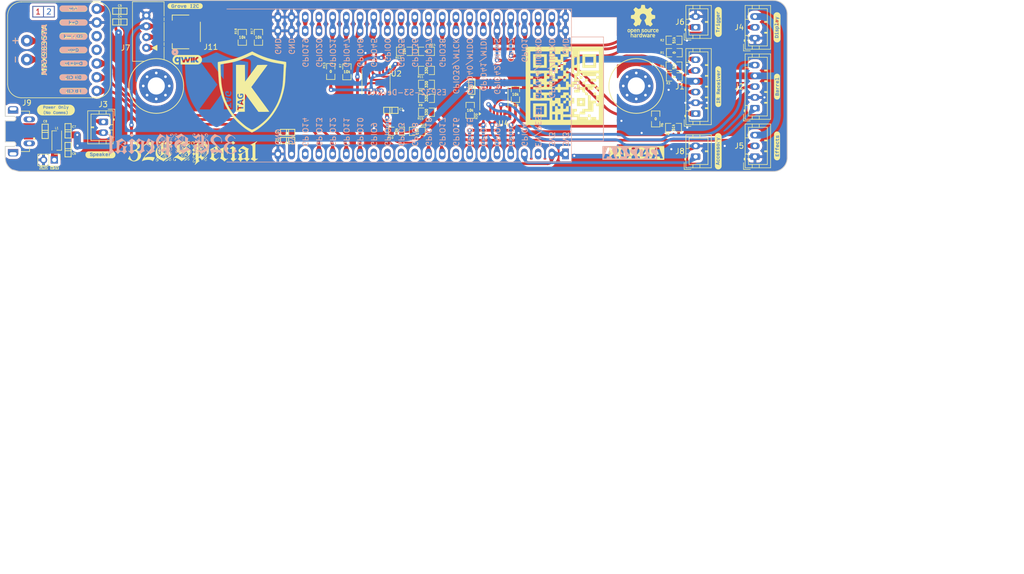
<source format=kicad_pcb>
(kicad_pcb
	(version 20240108)
	(generator "pcbnew")
	(generator_version "8.0")
	(general
		(thickness 1.6)
		(legacy_teardrops no)
	)
	(paper "USLetter")
	(title_block
		(title "KTag 2024A \"32ESPecial\"")
		(date "2025-01-25")
		(rev "2")
		(company "Club K")
		(comment 1 "Dubuque               Iowa               United States of America")
		(comment 2 "Copyright © 2024-2025 Joseph P. Kearney and the KTag developers. ")
		(comment 3 "License: CERN-OHL-S-2.0")
	)
	(layers
		(0 "F.Cu" signal)
		(31 "B.Cu" signal)
		(32 "B.Adhes" user "B.Adhesive")
		(33 "F.Adhes" user "F.Adhesive")
		(34 "B.Paste" user)
		(35 "F.Paste" user)
		(36 "B.SilkS" user "B.Silkscreen")
		(37 "F.SilkS" user "F.Silkscreen")
		(38 "B.Mask" user)
		(39 "F.Mask" user)
		(40 "Dwgs.User" user "User.Drawings")
		(41 "Cmts.User" user "User.Comments")
		(42 "Eco1.User" user "User.Eco1")
		(43 "Eco2.User" user "User.Eco2")
		(44 "Edge.Cuts" user)
		(45 "Margin" user)
		(46 "B.CrtYd" user "B.Courtyard")
		(47 "F.CrtYd" user "F.Courtyard")
		(48 "B.Fab" user)
		(49 "F.Fab" user)
	)
	(setup
		(stackup
			(layer "F.SilkS"
				(type "Top Silk Screen")
			)
			(layer "F.Paste"
				(type "Top Solder Paste")
			)
			(layer "F.Mask"
				(type "Top Solder Mask")
				(thickness 0.01)
			)
			(layer "F.Cu"
				(type "copper")
				(thickness 0.035)
			)
			(layer "dielectric 1"
				(type "core")
				(thickness 1.51)
				(material "FR4")
				(epsilon_r 4.5)
				(loss_tangent 0.02)
			)
			(layer "B.Cu"
				(type "copper")
				(thickness 0.035)
			)
			(layer "B.Mask"
				(type "Bottom Solder Mask")
				(thickness 0.01)
			)
			(layer "B.Paste"
				(type "Bottom Solder Paste")
			)
			(layer "B.SilkS"
				(type "Bottom Silk Screen")
			)
			(copper_finish "None")
			(dielectric_constraints no)
		)
		(pad_to_mask_clearance 0)
		(allow_soldermask_bridges_in_footprints no)
		(pcbplotparams
			(layerselection 0x00010fc_ffffffff)
			(plot_on_all_layers_selection 0x0000000_00000000)
			(disableapertmacros no)
			(usegerberextensions no)
			(usegerberattributes yes)
			(usegerberadvancedattributes yes)
			(creategerberjobfile yes)
			(dashed_line_dash_ratio 12.000000)
			(dashed_line_gap_ratio 3.000000)
			(svgprecision 4)
			(plotframeref no)
			(viasonmask no)
			(mode 1)
			(useauxorigin no)
			(hpglpennumber 1)
			(hpglpenspeed 20)
			(hpglpendiameter 15.000000)
			(pdf_front_fp_property_popups yes)
			(pdf_back_fp_property_popups yes)
			(dxfpolygonmode yes)
			(dxfimperialunits yes)
			(dxfusepcbnewfont yes)
			(psnegative no)
			(psa4output no)
			(plotreference yes)
			(plotvalue yes)
			(plotfptext yes)
			(plotinvisibletext no)
			(sketchpadsonfab no)
			(subtractmaskfromsilk no)
			(outputformat 1)
			(mirror no)
			(drillshape 1)
			(scaleselection 1)
			(outputdirectory "")
		)
	)
	(net 0 "")
	(net 1 "unconnected-(U1-GPIO8{slash}ADC1_CH7-Pad12)")
	(net 2 "unconnected-(U1-CHIP_PU-Pad3)")
	(net 3 "Net-(J2-Pin_5)")
	(net 4 "unconnected-(U1-GPIO16{slash}ADC2_CH5{slash}32K_N-Pad9)")
	(net 5 "unconnected-(U1-GPIO9{slash}ADC1_CH8-Pad15)")
	(net 6 "unconnected-(U1-GPIO3{slash}ADC1_CH2-Pad13)")
	(net 7 "unconnected-(U1-GPIO46-Pad14)")
	(net 8 "unconnected-(U1-GPIO0-Pad31)")
	(net 9 "unconnected-(U1-GPIO14{slash}ADC2_CH3-Pad20)")
	(net 10 "GND")
	(net 11 "+5V")
	(net 12 "Net-(J1-Pin_1)")
	(net 13 "Net-(J1-Pin_3)")
	(net 14 "unconnected-(U1-GPIO19{slash}USB_D--Pad25)")
	(net 15 "unconnected-(U1-GPIO20{slash}USB_D+-Pad26)")
	(net 16 "Net-(J1-Pin_5)")
	(net 17 "unconnected-(U1-GPIO35-Pad32)")
	(net 18 "unconnected-(U1-GPIO36-Pad33)")
	(net 19 "unconnected-(U1-GPIO37-Pad34)")
	(net 20 "Net-(J1-Pin_6)")
	(net 21 "unconnected-(U1-GPIO39{slash}MTCK-Pad36)")
	(net 22 "unconnected-(U1-GPIO41{slash}MTDI-Pad38)")
	(net 23 "unconnected-(U1-GPIO44{slash}U0RXD-Pad42)")
	(net 24 "unconnected-(U1-GPIO43{slash}U0TXD-Pad43)")
	(net 25 "Net-(J2-Pin_1)")
	(net 26 "Net-(J2-Pin_3)")
	(net 27 "~{IR_Tx_Left_Enable}")
	(net 28 "/User Interface/Speaker+")
	(net 29 "Net-(J5-Pin_2)")
	(net 30 "/User Interface/Speaker-")
	(net 31 "Trigger")
	(net 32 "SCL")
	(net 33 "SDA")
	(net 34 "+3V3")
	(net 35 "Accessory")
	(net 36 "IR_Rx_Left")
	(net 37 "IR_Rx_Right")
	(net 38 "Net-(R5-Pad2)")
	(net 39 "IR_Rx_Forward")
	(net 40 "Net-(R11-Pad2)")
	(net 41 "Net-(R9-Pad2)")
	(net 42 "unconnected-(U1-GPIO40{slash}MTDO-Pad37)")
	(net 43 "Net-(R15-Pad2)")
	(net 44 "unconnected-(U3-SD{slash}MODE-Pad3)")
	(net 45 "I2S_Data")
	(net 46 "I2S_BCLK")
	(net 47 "I2S_LRCLK")
	(net 48 "unconnected-(U3-Gain-Pad4)")
	(net 49 "~{NeoPixel_Effects_Enable}")
	(net 50 "unconnected-(U1-GPIO44{slash}U0RXD-Pad42)_0")
	(net 51 "unconnected-(U1-GPIO36-Pad33)_0")
	(net 52 "NeoPixel_Out_GPIO48")
	(net 53 "unconnected-(U1-GPIO41{slash}MTDI-Pad38)_0")
	(net 54 "unconnected-(U1-GPIO0-Pad31)_0")
	(net 55 "unconnected-(U1-GPIO37-Pad34)_0")
	(net 56 "unconnected-(U1-GPIO39{slash}MTCK-Pad36)_0")
	(net 57 "unconnected-(U1-GPIO19{slash}USB_D--Pad25)_0")
	(net 58 "unconnected-(U1-GPIO43{slash}U0TXD-Pad43)_0")
	(net 59 "unconnected-(U1-GPIO35-Pad32)_0")
	(net 60 "unconnected-(U1-GPIO40{slash}MTDO-Pad37)_0")
	(net 61 "NeoPixel_Out")
	(net 62 "unconnected-(U1-GPIO20{slash}USB_D+-Pad26)_0")
	(net 63 "NeoPixel_Out_GPIO38")
	(net 64 "~{NeoPixel_Receiver_Enable}")
	(net 65 "~{NeoPixel_Display_Enable}")
	(net 66 "~{NeoPixel_Barrel_Enable}")
	(net 67 "Net-(J9-VBUS)")
	(net 68 "Net-(J4-Pin_2)")
	(net 69 "unconnected-(J9-D+-Pad3)")
	(net 70 "unconnected-(J9-D--Pad2)")
	(net 71 "unconnected-(J9-ID-Pad4)")
	(net 72 "~{IR_Tx_Right_Enable}")
	(net 73 "IR_Tx")
	(net 74 "unconnected-(U4-Pad11)")
	(net 75 "unconnected-(U4-Pad8)")
	(footprint "kibuzzard-655D2461" (layer "F.Cu") (at 207.2 83.4 90))
	(footprint "kibuzzard-655D24B2" (layer "F.Cu") (at 207.2 107.4 90))
	(footprint "KTag:Fiducial_Mark" (layer "F.Cu") (at 78 82.4))
	(footprint "KTag:R-0805" (layer "F.Cu") (at 198.9 103 180))
	(footprint "KTag:R-0805" (layer "F.Cu") (at 153.1 88.85))
	(footprint "KTag:R-0805" (layer "F.Cu") (at 169.6 96.85 -90))
	(footprint "Connector_JST:JST_PH_B5B-PH-K_1x05_P2.00mm_Vertical" (layer "F.Cu") (at 214 99.4 90))
	(footprint "Symbol:OSHW-Logo_5.7x6mm_SilkScreen" (layer "F.Cu") (at 193.25 83.25))
	(footprint "KTag:L-0805" (layer "F.Cu") (at 84.55 105.4 -90))
	(footprint "KTag:C_0603" (layer "F.Cu") (at 86.65 107.1 -90))
	(footprint "KTag:R-0805" (layer "F.Cu") (at 138.35 92.65 90))
	(footprint "KTag:R-0805" (layer "F.Cu") (at 153.1 100.15 180))
	(footprint "Connector_JST:JST_PH_B2B-PH-K_1x02_P2.00mm_Vertical" (layer "F.Cu") (at 93.2 101.95 -90))
	(footprint "KTag:R-0805" (layer "F.Cu") (at 199.05 89.1 180))
	(footprint "KTag:Grove_1x04" (layer "F.Cu") (at 101.15 88.2 180))
	(footprint "KTag:C_0603" (layer "F.Cu") (at 86.65 103.6 90))
	(footprint "Connector_JST:JST_PH_B2B-PH-K_1x02_P2.00mm_Vertical" (layer "F.Cu") (at 203 108.4 90))
	(footprint "KTag:C_0603" (layer "F.Cu") (at 161.5 95.5 -90))
	(footprint "KTag:KTag_Website_QR_Code" (layer "F.Cu") (at 178.75 95.25))
	(footprint "KTag:C_0603" (layer "F.Cu") (at 146.5 99.8))
	(footprint "kibuzzard-655D24DE"
		(layer "F.Cu")
		(uuid "60af5394-483a-4e9a-a58e-c1937c4e6158")
		(at 207.2 95.4 90)
		(descr "Generated with KiBuzzard")
		(tags "kb_params=eyJBbGlnbm1lbnRDaG9pY2UiOiAiQ2VudGVyIiwgIkNhcExlZnRDaG9pY2UiOiAiKCIsICJDYXBSaWdodENob2ljZSI6ICIpIiwgIkZvbnRDb21ib0JveCI6ICJCZXJrZWxleU1vbm8tQm9sZCIsICJIZWlnaHRDdHJsIjogIjAuNiIsICJMYXllckNvbWJvQm94IjogIkYuU2lsa1MiLCAiTXVsdGlMaW5lVGV4dCI6ICJJUiBSZWNlaXZlciIsICJQYWRkaW5nQm90dG9tQ3RybCI6ICI1IiwgIlBhZGRpbmdMZWZ0Q3RybCI6ICI1IiwgIlBhZGRpbmdSaWdodEN0cmwiOiAiNSIsICJQYWRkaW5nVG9wQ3RybCI6ICI1IiwgIldpZHRoQ3RybCI6ICIifQ==")
		(property "Reference" "kibuzzard-655D24DE"
			(at 0 -3.597434 90)
			(layer "F.SilkS")
			(hide yes)
			(uuid "44e3174c-96b5-415c-a329-bfee98568cf2")
			(effects
				(font
					(size 0.0254 0.0254)
					(thickness 0.15)
				)
			)
		)
		(property "Value" "G***"
			(at 0 3.597434 90)
			(layer "F.SilkS")
			(hide yes)
			(uuid "2bae7d9e-81a8-481c-826c-5618c865b27d")
			(effects
				(font
					(size 0.0254 0.0254)
					(thickness 0.15)
				)
			)
		)
		(property "Footprint" ""
			(at 0 0 90)
			(unlocked yes)
			(layer "F.Fab")
			(hide yes)
			(uuid "93de2456-199a-4bc0-8ddc-35222324920e")
			(effects
				(font
					(size 1.27 1.27)
					(thickness 0.15)
				)
			)
		)
		(property "Datasheet" ""
			(at 0 0 90)
			(unlocked yes)
			(layer "F.Fab")
			(hide yes)
			(uuid "42327cf7-09c2-44b3-ba4d-4e81da8cced6")
			(effects
				(font
					(size 1.27 1.27)
					(thickness 0.15)
				)
			)
		)
		(property "Description" ""
			(at 0 0 90)
			(unlocked yes)
			(layer "F.Fab")
			(hide yes)
			(uuid "03397102-dbc0-44a7-8b70-0d1f0f747be9")
			(effects
				(font
					(size 1.27 1.27)
					(thickness 0.15)
				)
			)
		)
		(attr board_only exclude_from_pos_files exclude_from_bom)
		(fp_poly
			(pts
				(xy 2.389346 0.034766) (xy 2.375535 -0.028575) (xy 2.341721 -0.060008) (xy 2.276951 -0.069056) (xy 2.215039 -0.060008)
				(xy 2.181701 -0.028575) (xy 2.165509 0.034766) (xy 2.389
... [1556531 chars truncated]
</source>
